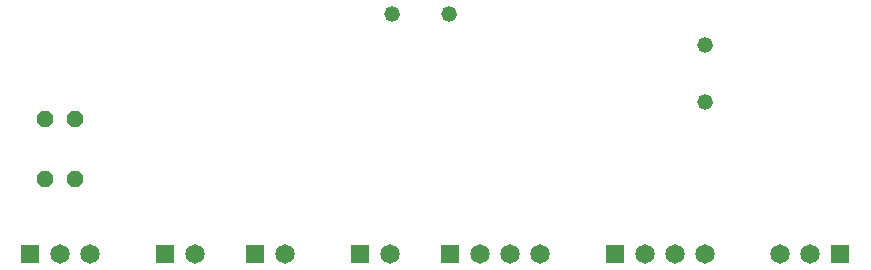
<source format=gbl>
G75*
%MOIN*%
%OFA0B0*%
%FSLAX25Y25*%
%IPPOS*%
%LPD*%
%AMOC8*
5,1,8,0,0,1.08239X$1,22.5*
%
%ADD10R,0.06496X0.06496*%
%ADD11C,0.06496*%
%ADD12C,0.05200*%
%ADD13OC8,0.05600*%
D10*
X0027300Y0013188D03*
X0072300Y0013188D03*
X0102300Y0013188D03*
X0137300Y0013188D03*
X0167300Y0013188D03*
X0222300Y0013188D03*
X0297300Y0013188D03*
D11*
X0287300Y0013188D03*
X0277300Y0013188D03*
X0252300Y0013188D03*
X0242300Y0013188D03*
X0232300Y0013188D03*
X0197300Y0013188D03*
X0187300Y0013188D03*
X0177300Y0013188D03*
X0147300Y0013188D03*
X0112300Y0013188D03*
X0082300Y0013188D03*
X0047300Y0013188D03*
X0037300Y0013188D03*
D12*
X0147800Y0093188D03*
X0166800Y0093188D03*
X0252300Y0082688D03*
X0252300Y0063688D03*
D13*
X0042300Y0058188D03*
X0032300Y0058188D03*
X0032300Y0038188D03*
X0042300Y0038188D03*
M02*

</source>
